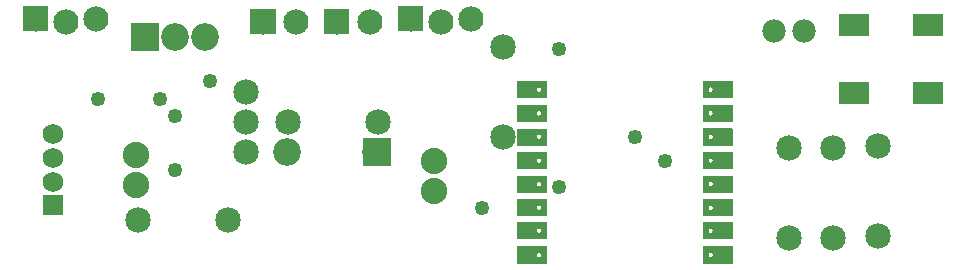
<source format=gts>
G04 MADE WITH FRITZING*
G04 WWW.FRITZING.ORG*
G04 DOUBLE SIDED*
G04 HOLES PLATED*
G04 CONTOUR ON CENTER OF CONTOUR VECTOR*
%ASAXBY*%
%FSLAX23Y23*%
%MOIN*%
%OFA0B0*%
%SFA1.0B1.0*%
%ADD10C,0.049370*%
%ADD11C,0.085000*%
%ADD12C,0.092000*%
%ADD13C,0.069200*%
%ADD14C,0.077559*%
%ADD15C,0.088000*%
%ADD16C,0.084000*%
%ADD17R,0.092000X0.092000*%
%ADD18R,0.069200X0.069200*%
%ADD19R,0.100551X0.072992*%
%ADD20R,0.001000X0.001000*%
%LNMASK1*%
G90*
G70*
G54D10*
X2088Y464D03*
X2187Y385D03*
G54D11*
X792Y615D03*
X792Y515D03*
X792Y415D03*
G54D12*
X1225Y415D03*
X927Y415D03*
G54D13*
X149Y238D03*
X149Y474D03*
X149Y395D03*
X149Y316D03*
G54D14*
X2650Y818D03*
X2550Y818D03*
G54D12*
X455Y799D03*
X555Y799D03*
X655Y799D03*
G54D11*
X930Y513D03*
X1230Y513D03*
X2896Y434D03*
X2896Y134D03*
G54D10*
X553Y533D03*
G54D11*
X730Y188D03*
X430Y188D03*
X2600Y129D03*
X2600Y429D03*
X2748Y129D03*
X2748Y429D03*
G54D15*
X425Y405D03*
X425Y305D03*
G54D10*
X553Y356D03*
X1577Y228D03*
X671Y651D03*
X504Y592D03*
X297Y592D03*
G54D11*
X1646Y464D03*
X1646Y764D03*
G54D10*
X1833Y759D03*
X1833Y297D03*
G54D16*
X1340Y858D03*
X1440Y848D03*
X1540Y858D03*
X1340Y858D03*
X1440Y848D03*
X1540Y858D03*
X1094Y848D03*
X1204Y848D03*
X1094Y848D03*
X1204Y848D03*
X848Y848D03*
X958Y848D03*
X848Y848D03*
X958Y848D03*
X90Y858D03*
X190Y848D03*
X290Y858D03*
X90Y858D03*
X190Y848D03*
X290Y858D03*
G54D15*
X1419Y385D03*
X1419Y285D03*
G54D17*
X1226Y415D03*
G54D18*
X149Y238D03*
G54D17*
X455Y799D03*
G54D19*
X2817Y838D03*
X3065Y838D03*
X2817Y612D03*
X3065Y612D03*
G54D20*
X48Y899D02*
X131Y899D01*
X1298Y899D02*
X1381Y899D01*
X48Y898D02*
X131Y898D01*
X1298Y898D02*
X1381Y898D01*
X48Y897D02*
X131Y897D01*
X1298Y897D02*
X1381Y897D01*
X48Y896D02*
X131Y896D01*
X1298Y896D02*
X1381Y896D01*
X48Y895D02*
X131Y895D01*
X1298Y895D02*
X1381Y895D01*
X48Y894D02*
X131Y894D01*
X1298Y894D02*
X1381Y894D01*
X48Y893D02*
X131Y893D01*
X1298Y893D02*
X1381Y893D01*
X48Y892D02*
X131Y892D01*
X1298Y892D02*
X1381Y892D01*
X48Y891D02*
X131Y891D01*
X1298Y891D02*
X1381Y891D01*
X48Y890D02*
X131Y890D01*
X806Y890D02*
X889Y890D01*
X1052Y890D02*
X1135Y890D01*
X1298Y890D02*
X1381Y890D01*
X48Y889D02*
X131Y889D01*
X806Y889D02*
X889Y889D01*
X1052Y889D02*
X1135Y889D01*
X1298Y889D02*
X1381Y889D01*
X48Y888D02*
X131Y888D01*
X806Y888D02*
X889Y888D01*
X1052Y888D02*
X1135Y888D01*
X1298Y888D02*
X1381Y888D01*
X48Y887D02*
X131Y887D01*
X806Y887D02*
X889Y887D01*
X1052Y887D02*
X1135Y887D01*
X1298Y887D02*
X1381Y887D01*
X48Y886D02*
X131Y886D01*
X806Y886D02*
X889Y886D01*
X1052Y886D02*
X1135Y886D01*
X1298Y886D02*
X1381Y886D01*
X48Y885D02*
X131Y885D01*
X806Y885D02*
X889Y885D01*
X1052Y885D02*
X1135Y885D01*
X1298Y885D02*
X1381Y885D01*
X48Y884D02*
X131Y884D01*
X806Y884D02*
X889Y884D01*
X1052Y884D02*
X1135Y884D01*
X1298Y884D02*
X1381Y884D01*
X48Y883D02*
X131Y883D01*
X806Y883D02*
X889Y883D01*
X1052Y883D02*
X1135Y883D01*
X1298Y883D02*
X1381Y883D01*
X48Y882D02*
X131Y882D01*
X806Y882D02*
X889Y882D01*
X1052Y882D02*
X1135Y882D01*
X1298Y882D02*
X1381Y882D01*
X48Y881D02*
X131Y881D01*
X806Y881D02*
X889Y881D01*
X1052Y881D02*
X1135Y881D01*
X1298Y881D02*
X1381Y881D01*
X48Y880D02*
X131Y880D01*
X806Y880D02*
X889Y880D01*
X1052Y880D02*
X1135Y880D01*
X1298Y880D02*
X1381Y880D01*
X48Y879D02*
X131Y879D01*
X806Y879D02*
X889Y879D01*
X1052Y879D02*
X1135Y879D01*
X1298Y879D02*
X1381Y879D01*
X48Y878D02*
X131Y878D01*
X806Y878D02*
X889Y878D01*
X1052Y878D02*
X1135Y878D01*
X1298Y878D02*
X1381Y878D01*
X48Y877D02*
X131Y877D01*
X806Y877D02*
X889Y877D01*
X1052Y877D02*
X1135Y877D01*
X1298Y877D02*
X1381Y877D01*
X48Y876D02*
X131Y876D01*
X806Y876D02*
X889Y876D01*
X1052Y876D02*
X1135Y876D01*
X1298Y876D02*
X1381Y876D01*
X48Y875D02*
X131Y875D01*
X806Y875D02*
X889Y875D01*
X1052Y875D02*
X1135Y875D01*
X1298Y875D02*
X1381Y875D01*
X48Y874D02*
X131Y874D01*
X806Y874D02*
X889Y874D01*
X1052Y874D02*
X1135Y874D01*
X1298Y874D02*
X1381Y874D01*
X48Y873D02*
X131Y873D01*
X806Y873D02*
X889Y873D01*
X1052Y873D02*
X1135Y873D01*
X1298Y873D02*
X1381Y873D01*
X48Y872D02*
X84Y872D01*
X96Y872D02*
X131Y872D01*
X806Y872D02*
X889Y872D01*
X1052Y872D02*
X1135Y872D01*
X1298Y872D02*
X1334Y872D01*
X1346Y872D02*
X1381Y872D01*
X48Y871D02*
X82Y871D01*
X98Y871D02*
X131Y871D01*
X806Y871D02*
X889Y871D01*
X1052Y871D02*
X1135Y871D01*
X1298Y871D02*
X1332Y871D01*
X1348Y871D02*
X1381Y871D01*
X48Y870D02*
X80Y870D01*
X99Y870D02*
X131Y870D01*
X806Y870D02*
X889Y870D01*
X1052Y870D02*
X1135Y870D01*
X1298Y870D02*
X1330Y870D01*
X1349Y870D02*
X1381Y870D01*
X48Y869D02*
X79Y869D01*
X101Y869D02*
X131Y869D01*
X806Y869D02*
X889Y869D01*
X1052Y869D02*
X1135Y869D01*
X1298Y869D02*
X1329Y869D01*
X1350Y869D02*
X1381Y869D01*
X48Y868D02*
X78Y868D01*
X102Y868D02*
X131Y868D01*
X806Y868D02*
X889Y868D01*
X1052Y868D02*
X1135Y868D01*
X1298Y868D02*
X1328Y868D01*
X1351Y868D02*
X1381Y868D01*
X48Y867D02*
X77Y867D01*
X102Y867D02*
X131Y867D01*
X806Y867D02*
X889Y867D01*
X1052Y867D02*
X1135Y867D01*
X1298Y867D02*
X1327Y867D01*
X1352Y867D02*
X1381Y867D01*
X48Y866D02*
X77Y866D01*
X103Y866D02*
X131Y866D01*
X806Y866D02*
X889Y866D01*
X1052Y866D02*
X1135Y866D01*
X1298Y866D02*
X1326Y866D01*
X1353Y866D02*
X1381Y866D01*
X48Y865D02*
X76Y865D01*
X104Y865D02*
X131Y865D01*
X806Y865D02*
X889Y865D01*
X1052Y865D02*
X1135Y865D01*
X1298Y865D02*
X1326Y865D01*
X1353Y865D02*
X1381Y865D01*
X48Y864D02*
X76Y864D01*
X104Y864D02*
X131Y864D01*
X806Y864D02*
X889Y864D01*
X1052Y864D02*
X1135Y864D01*
X1298Y864D02*
X1325Y864D01*
X1354Y864D02*
X1381Y864D01*
X48Y863D02*
X75Y863D01*
X105Y863D02*
X131Y863D01*
X806Y863D02*
X845Y863D01*
X850Y863D02*
X889Y863D01*
X1052Y863D02*
X1091Y863D01*
X1096Y863D02*
X1135Y863D01*
X1298Y863D02*
X1325Y863D01*
X1354Y863D02*
X1381Y863D01*
X48Y862D02*
X75Y862D01*
X105Y862D02*
X131Y862D01*
X806Y862D02*
X841Y862D01*
X854Y862D02*
X889Y862D01*
X1052Y862D02*
X1087Y862D01*
X1100Y862D02*
X1135Y862D01*
X1298Y862D02*
X1325Y862D01*
X1355Y862D02*
X1381Y862D01*
X48Y861D02*
X75Y861D01*
X105Y861D02*
X131Y861D01*
X806Y861D02*
X839Y861D01*
X856Y861D02*
X889Y861D01*
X1052Y861D02*
X1085Y861D01*
X1102Y861D02*
X1135Y861D01*
X1298Y861D02*
X1324Y861D01*
X1355Y861D02*
X1381Y861D01*
X48Y860D02*
X75Y860D01*
X105Y860D02*
X131Y860D01*
X806Y860D02*
X838Y860D01*
X857Y860D02*
X889Y860D01*
X1052Y860D02*
X1084Y860D01*
X1103Y860D02*
X1135Y860D01*
X1298Y860D02*
X1324Y860D01*
X1355Y860D02*
X1381Y860D01*
X48Y859D02*
X75Y859D01*
X105Y859D02*
X131Y859D01*
X806Y859D02*
X837Y859D01*
X858Y859D02*
X889Y859D01*
X1052Y859D02*
X1083Y859D01*
X1104Y859D02*
X1135Y859D01*
X1298Y859D02*
X1324Y859D01*
X1355Y859D02*
X1381Y859D01*
X48Y858D02*
X74Y858D01*
X105Y858D02*
X131Y858D01*
X806Y858D02*
X836Y858D01*
X859Y858D02*
X889Y858D01*
X1052Y858D02*
X1082Y858D01*
X1105Y858D02*
X1135Y858D01*
X1298Y858D02*
X1324Y858D01*
X1355Y858D02*
X1381Y858D01*
X48Y857D02*
X75Y857D01*
X105Y857D02*
X131Y857D01*
X806Y857D02*
X835Y857D01*
X860Y857D02*
X889Y857D01*
X1052Y857D02*
X1081Y857D01*
X1106Y857D02*
X1135Y857D01*
X1298Y857D02*
X1324Y857D01*
X1355Y857D02*
X1381Y857D01*
X48Y856D02*
X75Y856D01*
X105Y856D02*
X131Y856D01*
X806Y856D02*
X834Y856D01*
X861Y856D02*
X889Y856D01*
X1052Y856D02*
X1080Y856D01*
X1107Y856D02*
X1135Y856D01*
X1298Y856D02*
X1324Y856D01*
X1355Y856D02*
X1381Y856D01*
X48Y855D02*
X75Y855D01*
X105Y855D02*
X131Y855D01*
X806Y855D02*
X834Y855D01*
X862Y855D02*
X889Y855D01*
X1052Y855D02*
X1080Y855D01*
X1108Y855D02*
X1135Y855D01*
X1298Y855D02*
X1324Y855D01*
X1355Y855D02*
X1381Y855D01*
X48Y854D02*
X75Y854D01*
X105Y854D02*
X131Y854D01*
X806Y854D02*
X833Y854D01*
X862Y854D02*
X889Y854D01*
X1052Y854D02*
X1079Y854D01*
X1108Y854D02*
X1135Y854D01*
X1298Y854D02*
X1325Y854D01*
X1355Y854D02*
X1381Y854D01*
X48Y853D02*
X75Y853D01*
X105Y853D02*
X131Y853D01*
X806Y853D02*
X833Y853D01*
X862Y853D02*
X889Y853D01*
X1052Y853D02*
X1079Y853D01*
X1108Y853D02*
X1135Y853D01*
X1298Y853D02*
X1325Y853D01*
X1354Y853D02*
X1381Y853D01*
X48Y852D02*
X76Y852D01*
X104Y852D02*
X131Y852D01*
X806Y852D02*
X833Y852D01*
X863Y852D02*
X889Y852D01*
X1052Y852D02*
X1079Y852D01*
X1109Y852D02*
X1135Y852D01*
X1298Y852D02*
X1325Y852D01*
X1354Y852D02*
X1381Y852D01*
X48Y851D02*
X76Y851D01*
X104Y851D02*
X131Y851D01*
X806Y851D02*
X832Y851D01*
X863Y851D02*
X889Y851D01*
X1052Y851D02*
X1078Y851D01*
X1109Y851D02*
X1135Y851D01*
X1298Y851D02*
X1326Y851D01*
X1353Y851D02*
X1381Y851D01*
X48Y850D02*
X77Y850D01*
X103Y850D02*
X131Y850D01*
X806Y850D02*
X832Y850D01*
X863Y850D02*
X889Y850D01*
X1052Y850D02*
X1078Y850D01*
X1109Y850D02*
X1135Y850D01*
X1298Y850D02*
X1326Y850D01*
X1353Y850D02*
X1381Y850D01*
X48Y849D02*
X77Y849D01*
X102Y849D02*
X131Y849D01*
X806Y849D02*
X832Y849D01*
X863Y849D02*
X889Y849D01*
X1052Y849D02*
X1078Y849D01*
X1109Y849D02*
X1135Y849D01*
X1298Y849D02*
X1327Y849D01*
X1352Y849D02*
X1381Y849D01*
X48Y848D02*
X78Y848D01*
X102Y848D02*
X131Y848D01*
X806Y848D02*
X832Y848D01*
X863Y848D02*
X889Y848D01*
X1052Y848D02*
X1078Y848D01*
X1109Y848D02*
X1135Y848D01*
X1298Y848D02*
X1328Y848D01*
X1351Y848D02*
X1381Y848D01*
X48Y847D02*
X79Y847D01*
X101Y847D02*
X131Y847D01*
X806Y847D02*
X832Y847D01*
X863Y847D02*
X889Y847D01*
X1052Y847D02*
X1078Y847D01*
X1109Y847D02*
X1135Y847D01*
X1298Y847D02*
X1329Y847D01*
X1350Y847D02*
X1381Y847D01*
X48Y846D02*
X80Y846D01*
X99Y846D02*
X131Y846D01*
X806Y846D02*
X832Y846D01*
X863Y846D02*
X889Y846D01*
X1052Y846D02*
X1078Y846D01*
X1109Y846D02*
X1135Y846D01*
X1298Y846D02*
X1330Y846D01*
X1349Y846D02*
X1381Y846D01*
X48Y845D02*
X82Y845D01*
X98Y845D02*
X131Y845D01*
X806Y845D02*
X832Y845D01*
X863Y845D02*
X889Y845D01*
X1052Y845D02*
X1078Y845D01*
X1109Y845D02*
X1135Y845D01*
X1298Y845D02*
X1332Y845D01*
X1348Y845D02*
X1381Y845D01*
X48Y844D02*
X84Y844D01*
X96Y844D02*
X131Y844D01*
X806Y844D02*
X833Y844D01*
X863Y844D02*
X889Y844D01*
X1052Y844D02*
X1079Y844D01*
X1109Y844D02*
X1135Y844D01*
X1298Y844D02*
X1334Y844D01*
X1346Y844D02*
X1381Y844D01*
X48Y843D02*
X131Y843D01*
X806Y843D02*
X833Y843D01*
X862Y843D02*
X889Y843D01*
X1052Y843D02*
X1079Y843D01*
X1108Y843D02*
X1135Y843D01*
X1298Y843D02*
X1381Y843D01*
X48Y842D02*
X131Y842D01*
X806Y842D02*
X833Y842D01*
X862Y842D02*
X889Y842D01*
X1052Y842D02*
X1079Y842D01*
X1108Y842D02*
X1135Y842D01*
X1298Y842D02*
X1381Y842D01*
X48Y841D02*
X131Y841D01*
X806Y841D02*
X834Y841D01*
X861Y841D02*
X889Y841D01*
X1052Y841D02*
X1080Y841D01*
X1107Y841D02*
X1135Y841D01*
X1298Y841D02*
X1381Y841D01*
X48Y840D02*
X131Y840D01*
X806Y840D02*
X835Y840D01*
X861Y840D02*
X889Y840D01*
X1052Y840D02*
X1081Y840D01*
X1107Y840D02*
X1135Y840D01*
X1298Y840D02*
X1381Y840D01*
X48Y839D02*
X131Y839D01*
X806Y839D02*
X835Y839D01*
X860Y839D02*
X889Y839D01*
X1052Y839D02*
X1081Y839D01*
X1106Y839D02*
X1135Y839D01*
X1298Y839D02*
X1381Y839D01*
X48Y838D02*
X131Y838D01*
X806Y838D02*
X836Y838D01*
X859Y838D02*
X889Y838D01*
X1052Y838D02*
X1082Y838D01*
X1105Y838D02*
X1135Y838D01*
X1298Y838D02*
X1381Y838D01*
X48Y837D02*
X131Y837D01*
X806Y837D02*
X837Y837D01*
X858Y837D02*
X889Y837D01*
X1052Y837D02*
X1083Y837D01*
X1104Y837D02*
X1135Y837D01*
X1298Y837D02*
X1381Y837D01*
X48Y836D02*
X131Y836D01*
X806Y836D02*
X838Y836D01*
X857Y836D02*
X889Y836D01*
X1052Y836D02*
X1084Y836D01*
X1103Y836D02*
X1135Y836D01*
X1298Y836D02*
X1381Y836D01*
X48Y835D02*
X131Y835D01*
X806Y835D02*
X840Y835D01*
X855Y835D02*
X889Y835D01*
X1052Y835D02*
X1086Y835D01*
X1101Y835D02*
X1135Y835D01*
X1298Y835D02*
X1381Y835D01*
X48Y834D02*
X131Y834D01*
X806Y834D02*
X842Y834D01*
X853Y834D02*
X889Y834D01*
X1052Y834D02*
X1088Y834D01*
X1099Y834D02*
X1135Y834D01*
X1298Y834D02*
X1381Y834D01*
X48Y833D02*
X131Y833D01*
X806Y833D02*
X889Y833D01*
X1052Y833D02*
X1135Y833D01*
X1298Y833D02*
X1381Y833D01*
X48Y832D02*
X131Y832D01*
X806Y832D02*
X889Y832D01*
X1052Y832D02*
X1135Y832D01*
X1298Y832D02*
X1381Y832D01*
X48Y831D02*
X131Y831D01*
X806Y831D02*
X889Y831D01*
X1052Y831D02*
X1135Y831D01*
X1298Y831D02*
X1381Y831D01*
X48Y830D02*
X131Y830D01*
X806Y830D02*
X889Y830D01*
X1052Y830D02*
X1135Y830D01*
X1298Y830D02*
X1381Y830D01*
X48Y829D02*
X131Y829D01*
X806Y829D02*
X889Y829D01*
X1052Y829D02*
X1135Y829D01*
X1298Y829D02*
X1381Y829D01*
X48Y828D02*
X131Y828D01*
X806Y828D02*
X889Y828D01*
X1052Y828D02*
X1135Y828D01*
X1298Y828D02*
X1381Y828D01*
X48Y827D02*
X131Y827D01*
X806Y827D02*
X889Y827D01*
X1052Y827D02*
X1135Y827D01*
X1298Y827D02*
X1381Y827D01*
X48Y826D02*
X131Y826D01*
X806Y826D02*
X889Y826D01*
X1052Y826D02*
X1135Y826D01*
X1298Y826D02*
X1381Y826D01*
X48Y825D02*
X131Y825D01*
X806Y825D02*
X889Y825D01*
X1052Y825D02*
X1135Y825D01*
X1298Y825D02*
X1381Y825D01*
X48Y824D02*
X131Y824D01*
X806Y824D02*
X889Y824D01*
X1052Y824D02*
X1135Y824D01*
X1298Y824D02*
X1381Y824D01*
X48Y823D02*
X131Y823D01*
X806Y823D02*
X889Y823D01*
X1052Y823D02*
X1135Y823D01*
X1298Y823D02*
X1381Y823D01*
X48Y822D02*
X131Y822D01*
X806Y822D02*
X889Y822D01*
X1052Y822D02*
X1135Y822D01*
X1298Y822D02*
X1381Y822D01*
X48Y821D02*
X131Y821D01*
X806Y821D02*
X889Y821D01*
X1052Y821D02*
X1135Y821D01*
X1298Y821D02*
X1381Y821D01*
X48Y820D02*
X131Y820D01*
X806Y820D02*
X889Y820D01*
X1052Y820D02*
X1135Y820D01*
X1298Y820D02*
X1381Y820D01*
X48Y819D02*
X131Y819D01*
X806Y819D02*
X889Y819D01*
X1052Y819D02*
X1135Y819D01*
X1298Y819D02*
X1381Y819D01*
X48Y818D02*
X131Y818D01*
X806Y818D02*
X889Y818D01*
X1052Y818D02*
X1135Y818D01*
X1298Y818D02*
X1381Y818D01*
X48Y817D02*
X131Y817D01*
X806Y817D02*
X889Y817D01*
X1052Y817D02*
X1135Y817D01*
X1298Y817D02*
X1381Y817D01*
X806Y816D02*
X889Y816D01*
X1052Y816D02*
X1135Y816D01*
X806Y815D02*
X889Y815D01*
X1052Y815D02*
X1135Y815D01*
X806Y814D02*
X889Y814D01*
X1052Y814D02*
X1135Y814D01*
X806Y813D02*
X889Y813D01*
X1052Y813D02*
X1135Y813D01*
X806Y812D02*
X889Y812D01*
X1052Y812D02*
X1135Y812D01*
X806Y811D02*
X889Y811D01*
X1052Y811D02*
X1135Y811D01*
X806Y810D02*
X889Y810D01*
X1052Y810D02*
X1135Y810D01*
X806Y809D02*
X889Y809D01*
X1052Y809D02*
X1135Y809D01*
X806Y808D02*
X889Y808D01*
X1052Y808D02*
X1135Y808D01*
X806Y807D02*
X889Y807D01*
X1052Y807D02*
X1135Y807D01*
X1694Y650D02*
X1792Y650D01*
X2314Y650D02*
X2412Y650D01*
X1694Y649D02*
X1792Y649D01*
X2314Y649D02*
X2412Y649D01*
X1694Y648D02*
X1792Y648D01*
X2314Y648D02*
X2412Y648D01*
X1694Y647D02*
X1792Y647D01*
X2314Y647D02*
X2412Y647D01*
X1694Y646D02*
X1792Y646D01*
X2314Y646D02*
X2412Y646D01*
X1694Y645D02*
X1792Y645D01*
X2314Y645D02*
X2412Y645D01*
X1694Y644D02*
X1792Y644D01*
X2314Y644D02*
X2412Y644D01*
X1694Y643D02*
X1792Y643D01*
X2314Y643D02*
X2412Y643D01*
X1694Y642D02*
X1792Y642D01*
X2314Y642D02*
X2412Y642D01*
X1694Y641D02*
X1792Y641D01*
X2314Y641D02*
X2412Y641D01*
X1694Y640D02*
X1792Y640D01*
X2314Y640D02*
X2412Y640D01*
X1694Y639D02*
X1792Y639D01*
X2314Y639D02*
X2412Y639D01*
X1694Y638D02*
X1792Y638D01*
X2314Y638D02*
X2412Y638D01*
X1694Y637D02*
X1792Y637D01*
X2314Y637D02*
X2412Y637D01*
X1694Y636D02*
X1792Y636D01*
X2314Y636D02*
X2412Y636D01*
X1694Y635D02*
X1792Y635D01*
X2314Y635D02*
X2412Y635D01*
X1694Y634D02*
X1792Y634D01*
X2314Y634D02*
X2412Y634D01*
X1694Y633D02*
X1792Y633D01*
X2314Y633D02*
X2412Y633D01*
X1694Y632D02*
X1792Y632D01*
X2314Y632D02*
X2412Y632D01*
X1694Y631D02*
X1792Y631D01*
X2314Y631D02*
X2412Y631D01*
X1694Y630D02*
X1792Y630D01*
X2314Y630D02*
X2412Y630D01*
X1694Y629D02*
X1766Y629D01*
X1768Y629D02*
X1792Y629D01*
X2314Y629D02*
X2338Y629D01*
X2340Y629D02*
X2412Y629D01*
X1694Y628D02*
X1763Y628D01*
X1771Y628D02*
X1792Y628D01*
X2314Y628D02*
X2335Y628D01*
X2343Y628D02*
X2412Y628D01*
X1694Y627D02*
X1762Y627D01*
X1773Y627D02*
X1792Y627D01*
X2314Y627D02*
X2334Y627D01*
X2345Y627D02*
X2412Y627D01*
X1694Y626D02*
X1761Y626D01*
X1773Y626D02*
X1792Y626D01*
X2314Y626D02*
X2333Y626D01*
X2345Y626D02*
X2412Y626D01*
X1694Y625D02*
X1760Y625D01*
X1774Y625D02*
X1792Y625D01*
X2314Y625D02*
X2332Y625D01*
X2346Y625D02*
X2412Y625D01*
X1694Y624D02*
X1760Y624D01*
X1774Y624D02*
X1792Y624D01*
X2314Y624D02*
X2332Y624D01*
X2347Y624D02*
X2412Y624D01*
X1694Y623D02*
X1760Y623D01*
X1775Y623D02*
X1792Y623D01*
X2314Y623D02*
X2332Y623D01*
X2347Y623D02*
X2412Y623D01*
X1694Y622D02*
X1759Y622D01*
X1775Y622D02*
X1792Y622D01*
X2314Y622D02*
X2332Y622D01*
X2347Y622D02*
X2412Y622D01*
X1694Y621D02*
X1760Y621D01*
X1775Y621D02*
X1792Y621D01*
X2314Y621D02*
X2332Y621D01*
X2347Y621D02*
X2412Y621D01*
X1694Y620D02*
X1760Y620D01*
X1775Y620D02*
X1792Y620D01*
X2314Y620D02*
X2332Y620D01*
X2347Y620D02*
X2412Y620D01*
X1694Y619D02*
X1760Y619D01*
X1774Y619D02*
X1792Y619D01*
X2314Y619D02*
X2332Y619D01*
X2346Y619D02*
X2412Y619D01*
X1694Y618D02*
X1761Y618D01*
X1774Y618D02*
X1792Y618D01*
X2314Y618D02*
X2333Y618D01*
X2346Y618D02*
X2412Y618D01*
X1694Y617D02*
X1761Y617D01*
X1773Y617D02*
X1792Y617D01*
X2314Y617D02*
X2333Y617D01*
X2345Y617D02*
X2412Y617D01*
X1694Y616D02*
X1763Y616D01*
X1772Y616D02*
X1792Y616D01*
X2314Y616D02*
X2335Y616D01*
X2344Y616D02*
X2412Y616D01*
X1694Y615D02*
X1764Y615D01*
X1770Y615D02*
X1792Y615D01*
X2314Y615D02*
X2337Y615D01*
X2342Y615D02*
X2412Y615D01*
X1694Y614D02*
X1792Y614D01*
X2314Y614D02*
X2412Y614D01*
X1694Y613D02*
X1792Y613D01*
X2314Y613D02*
X2412Y613D01*
X1694Y612D02*
X1792Y612D01*
X2314Y612D02*
X2412Y612D01*
X1694Y611D02*
X1792Y611D01*
X2314Y611D02*
X2412Y611D01*
X1694Y610D02*
X1792Y610D01*
X2314Y610D02*
X2412Y610D01*
X1694Y609D02*
X1792Y609D01*
X2314Y609D02*
X2412Y609D01*
X1694Y608D02*
X1792Y608D01*
X2314Y608D02*
X2412Y608D01*
X1694Y607D02*
X1792Y607D01*
X2314Y607D02*
X2412Y607D01*
X1694Y606D02*
X1792Y606D01*
X2314Y606D02*
X2412Y606D01*
X1694Y605D02*
X1792Y605D01*
X2314Y605D02*
X2412Y605D01*
X1694Y604D02*
X1792Y604D01*
X2314Y604D02*
X2412Y604D01*
X1694Y603D02*
X1792Y603D01*
X2314Y603D02*
X2412Y603D01*
X1694Y602D02*
X1792Y602D01*
X2314Y602D02*
X2412Y602D01*
X1694Y601D02*
X1792Y601D01*
X2314Y601D02*
X2412Y601D01*
X1694Y600D02*
X1792Y600D01*
X2314Y600D02*
X2412Y600D01*
X1694Y599D02*
X1792Y599D01*
X2314Y599D02*
X2412Y599D01*
X1694Y598D02*
X1792Y598D01*
X2314Y598D02*
X2412Y598D01*
X1694Y597D02*
X1792Y597D01*
X2314Y597D02*
X2412Y597D01*
X1694Y596D02*
X1792Y596D01*
X2314Y596D02*
X2412Y596D01*
X1694Y595D02*
X1792Y595D01*
X2314Y595D02*
X2412Y595D01*
X1694Y594D02*
X1792Y594D01*
X2314Y594D02*
X2412Y594D01*
X1694Y571D02*
X1792Y571D01*
X2314Y571D02*
X2412Y571D01*
X1694Y570D02*
X1792Y570D01*
X2314Y570D02*
X2412Y570D01*
X1694Y569D02*
X1792Y569D01*
X2314Y569D02*
X2412Y569D01*
X1694Y568D02*
X1792Y568D01*
X2314Y568D02*
X2412Y568D01*
X1694Y567D02*
X1792Y567D01*
X2314Y567D02*
X2412Y567D01*
X1694Y566D02*
X1792Y566D01*
X2314Y566D02*
X2412Y566D01*
X1694Y565D02*
X1792Y565D01*
X2314Y565D02*
X2412Y565D01*
X1694Y564D02*
X1792Y564D01*
X2314Y564D02*
X2412Y564D01*
X1694Y563D02*
X1792Y563D01*
X2314Y563D02*
X2412Y563D01*
X1694Y562D02*
X1792Y562D01*
X2314Y562D02*
X2412Y562D01*
X1694Y561D02*
X1792Y561D01*
X2314Y561D02*
X2412Y561D01*
X1694Y560D02*
X1792Y560D01*
X2314Y560D02*
X2412Y560D01*
X1694Y559D02*
X1792Y559D01*
X2314Y559D02*
X2412Y559D01*
X1694Y558D02*
X1792Y558D01*
X2314Y558D02*
X2412Y558D01*
X1694Y557D02*
X1792Y557D01*
X2314Y557D02*
X2412Y557D01*
X1694Y556D02*
X1792Y556D01*
X2314Y556D02*
X2412Y556D01*
X1694Y555D02*
X1792Y555D01*
X2314Y555D02*
X2412Y555D01*
X1694Y554D02*
X1792Y554D01*
X2314Y554D02*
X2412Y554D01*
X1694Y553D02*
X1792Y553D01*
X2314Y553D02*
X2412Y553D01*
X1694Y552D02*
X1792Y552D01*
X2314Y552D02*
X2412Y552D01*
X1694Y551D02*
X1792Y551D01*
X2314Y551D02*
X2412Y551D01*
X1694Y550D02*
X1765Y550D01*
X1769Y550D02*
X1792Y550D01*
X2314Y550D02*
X2337Y550D01*
X2342Y550D02*
X2412Y550D01*
X1694Y549D02*
X1763Y549D01*
X1772Y549D02*
X1792Y549D01*
X2314Y549D02*
X2335Y549D01*
X2344Y549D02*
X2412Y549D01*
X1694Y548D02*
X1761Y548D01*
X1773Y548D02*
X1792Y548D01*
X2314Y548D02*
X2333Y548D01*
X2345Y548D02*
X2412Y548D01*
X1694Y547D02*
X1761Y547D01*
X1774Y547D02*
X1792Y547D01*
X2314Y547D02*
X2333Y547D01*
X2346Y547D02*
X2412Y547D01*
X1694Y546D02*
X1760Y546D01*
X1774Y546D02*
X1792Y546D01*
X2314Y546D02*
X2332Y546D01*
X2346Y546D02*
X2412Y546D01*
X1694Y545D02*
X1760Y545D01*
X1774Y545D02*
X1792Y545D01*
X2314Y545D02*
X2332Y545D01*
X2347Y545D02*
X2412Y545D01*
X1694Y544D02*
X1760Y544D01*
X1775Y544D02*
X1792Y544D01*
X2314Y544D02*
X2332Y544D01*
X2347Y544D02*
X2412Y544D01*
X1694Y543D02*
X1759Y543D01*
X1775Y543D02*
X1792Y543D01*
X2314Y543D02*
X2332Y543D01*
X2347Y543D02*
X2412Y543D01*
X1694Y542D02*
X1760Y542D01*
X1775Y542D02*
X1792Y542D01*
X2314Y542D02*
X2332Y542D01*
X2347Y542D02*
X2412Y542D01*
X1694Y541D02*
X1760Y541D01*
X1774Y541D02*
X1792Y541D01*
X2314Y541D02*
X2332Y541D01*
X2347Y541D02*
X2412Y541D01*
X1694Y540D02*
X1760Y540D01*
X1774Y540D02*
X1792Y540D01*
X2314Y540D02*
X2332Y540D01*
X2346Y540D02*
X2412Y540D01*
X1694Y539D02*
X1761Y539D01*
X1773Y539D02*
X1792Y539D01*
X2314Y539D02*
X2333Y539D01*
X2345Y539D02*
X2412Y539D01*
X1694Y538D02*
X1762Y538D01*
X1773Y538D02*
X1792Y538D01*
X2314Y538D02*
X2334Y538D01*
X2345Y538D02*
X2412Y538D01*
X1694Y537D02*
X1763Y537D01*
X1771Y537D02*
X1792Y537D01*
X2314Y537D02*
X2335Y537D01*
X2343Y537D02*
X2412Y537D01*
X1694Y536D02*
X1765Y536D01*
X1769Y536D02*
X1792Y536D01*
X2314Y536D02*
X2338Y536D01*
X2340Y536D02*
X2412Y536D01*
X1694Y535D02*
X1792Y535D01*
X2314Y535D02*
X2412Y535D01*
X1694Y534D02*
X1792Y534D01*
X2314Y534D02*
X2412Y534D01*
X1694Y533D02*
X1792Y533D01*
X2314Y533D02*
X2412Y533D01*
X1694Y532D02*
X1792Y532D01*
X2314Y532D02*
X2412Y532D01*
X1694Y531D02*
X1792Y531D01*
X2314Y531D02*
X2412Y531D01*
X1694Y530D02*
X1792Y530D01*
X2314Y530D02*
X2412Y530D01*
X1694Y529D02*
X1792Y529D01*
X2314Y529D02*
X2412Y529D01*
X1694Y528D02*
X1792Y528D01*
X2314Y528D02*
X2412Y528D01*
X1694Y527D02*
X1792Y527D01*
X2314Y527D02*
X2412Y527D01*
X1694Y526D02*
X1792Y526D01*
X2314Y526D02*
X2412Y526D01*
X1694Y525D02*
X1792Y525D01*
X2314Y525D02*
X2412Y525D01*
X1694Y524D02*
X1792Y524D01*
X2314Y524D02*
X2412Y524D01*
X1694Y523D02*
X1792Y523D01*
X2314Y523D02*
X2412Y523D01*
X1694Y522D02*
X1792Y522D01*
X2314Y522D02*
X2412Y522D01*
X1694Y521D02*
X1792Y521D01*
X2314Y521D02*
X2412Y521D01*
X1694Y520D02*
X1792Y520D01*
X2314Y520D02*
X2412Y520D01*
X1694Y519D02*
X1792Y519D01*
X2314Y519D02*
X2412Y519D01*
X1694Y518D02*
X1792Y518D01*
X2314Y518D02*
X2412Y518D01*
X1694Y517D02*
X1792Y517D01*
X2314Y517D02*
X2412Y517D01*
X1694Y516D02*
X1792Y516D01*
X2314Y516D02*
X2412Y516D01*
X1694Y515D02*
X1792Y515D01*
X2314Y515D02*
X2412Y515D01*
X2315Y493D02*
X2411Y493D01*
X1694Y492D02*
X1792Y492D01*
X2314Y492D02*
X2412Y492D01*
X1694Y491D02*
X1792Y491D01*
X2314Y491D02*
X2412Y491D01*
X1694Y490D02*
X1792Y490D01*
X2314Y490D02*
X2412Y490D01*
X1694Y489D02*
X1792Y489D01*
X2314Y489D02*
X2412Y489D01*
X1694Y488D02*
X1792Y488D01*
X2314Y488D02*
X2412Y488D01*
X1694Y487D02*
X1792Y487D01*
X2314Y487D02*
X2412Y487D01*
X1694Y486D02*
X1792Y486D01*
X2314Y486D02*
X2412Y486D01*
X1694Y485D02*
X1792Y485D01*
X2314Y485D02*
X2412Y485D01*
X1694Y484D02*
X1792Y484D01*
X2314Y484D02*
X2412Y484D01*
X1694Y483D02*
X1792Y483D01*
X2314Y483D02*
X2412Y483D01*
X1694Y482D02*
X1792Y482D01*
X2314Y482D02*
X2412Y482D01*
X1694Y481D02*
X1792Y481D01*
X2314Y481D02*
X2412Y481D01*
X1694Y480D02*
X1792Y480D01*
X2314Y480D02*
X2412Y480D01*
X1694Y479D02*
X1792Y479D01*
X2314Y479D02*
X2412Y479D01*
X1694Y478D02*
X1792Y478D01*
X2314Y478D02*
X2412Y478D01*
X1694Y477D02*
X1792Y477D01*
X2314Y477D02*
X2412Y477D01*
X1694Y476D02*
X1792Y476D01*
X2314Y476D02*
X2412Y476D01*
X1694Y475D02*
X1792Y475D01*
X2314Y475D02*
X2412Y475D01*
X1694Y474D02*
X1792Y474D01*
X2314Y474D02*
X2412Y474D01*
X1694Y473D02*
X1792Y473D01*
X2314Y473D02*
X2412Y473D01*
X1694Y472D02*
X1792Y472D01*
X2314Y472D02*
X2412Y472D01*
X1694Y471D02*
X1764Y471D01*
X1770Y471D02*
X1792Y471D01*
X2314Y471D02*
X2336Y471D01*
X2343Y471D02*
X2412Y471D01*
X1694Y470D02*
X1762Y470D01*
X1772Y470D02*
X1792Y470D01*
X2314Y470D02*
X2334Y470D01*
X2344Y470D02*
X2412Y470D01*
X1694Y469D02*
X1761Y469D01*
X1773Y469D02*
X1792Y469D01*
X2314Y469D02*
X2333Y469D01*
X2345Y469D02*
X2412Y469D01*
X1694Y468D02*
X1761Y468D01*
X1774Y468D02*
X1792Y468D01*
X2314Y468D02*
X2332Y468D01*
X2346Y468D02*
X2412Y468D01*
X1694Y467D02*
X1760Y467D01*
X1774Y467D02*
X1792Y467D01*
X2314Y467D02*
X2332Y467D01*
X2346Y467D02*
X2412Y467D01*
X1694Y466D02*
X1760Y466D01*
X1775Y466D02*
X1792Y466D01*
X2314Y466D02*
X2332Y466D01*
X2347Y466D02*
X2412Y466D01*
X1694Y465D02*
X1760Y465D01*
X1775Y465D02*
X1792Y465D01*
X2314Y465D02*
X2332Y465D01*
X2347Y465D02*
X2412Y465D01*
X1694Y464D02*
X1760Y464D01*
X1775Y464D02*
X1792Y464D01*
X2314Y464D02*
X2332Y464D01*
X2347Y464D02*
X2412Y464D01*
X1694Y463D02*
X1760Y463D01*
X1775Y463D02*
X1792Y463D01*
X2314Y463D02*
X2332Y463D01*
X2347Y463D02*
X2412Y463D01*
X1694Y462D02*
X1760Y462D01*
X1774Y462D02*
X1792Y462D01*
X2314Y462D02*
X2332Y462D01*
X2346Y462D02*
X2412Y462D01*
X1694Y461D02*
X1760Y461D01*
X1774Y461D02*
X1792Y461D01*
X2314Y461D02*
X2332Y461D01*
X2346Y461D02*
X2412Y461D01*
X1694Y460D02*
X1761Y460D01*
X1773Y460D02*
X1792Y460D01*
X2314Y460D02*
X2333Y460D01*
X2345Y460D02*
X2412Y460D01*
X1694Y459D02*
X1762Y459D01*
X1772Y459D02*
X1792Y459D01*
X2314Y459D02*
X2334Y459D01*
X2344Y459D02*
X2412Y459D01*
X1694Y458D02*
X1763Y458D01*
X1771Y458D02*
X1792Y458D01*
X2314Y458D02*
X2335Y458D01*
X2343Y458D02*
X2412Y458D01*
X1694Y457D02*
X1792Y457D01*
X2314Y457D02*
X2412Y457D01*
X1694Y456D02*
X1792Y456D01*
X2314Y456D02*
X2412Y456D01*
X1694Y455D02*
X1792Y455D01*
X2314Y455D02*
X2412Y455D01*
X1694Y454D02*
X1792Y454D01*
X2314Y454D02*
X2412Y454D01*
X1694Y453D02*
X1792Y453D01*
X2314Y453D02*
X2412Y453D01*
X1694Y452D02*
X1792Y452D01*
X2314Y452D02*
X2412Y452D01*
X1694Y451D02*
X1792Y451D01*
X2314Y451D02*
X2412Y451D01*
X1694Y450D02*
X1792Y450D01*
X2314Y450D02*
X2412Y450D01*
X1694Y449D02*
X1792Y449D01*
X2314Y449D02*
X2412Y449D01*
X1694Y448D02*
X1792Y448D01*
X2314Y448D02*
X2412Y448D01*
X1694Y447D02*
X1792Y447D01*
X2314Y447D02*
X2412Y447D01*
X1694Y446D02*
X1792Y446D01*
X2314Y446D02*
X2412Y446D01*
X1694Y445D02*
X1792Y445D01*
X2314Y445D02*
X2412Y445D01*
X1694Y444D02*
X1792Y444D01*
X2314Y444D02*
X2412Y444D01*
X1694Y443D02*
X1792Y443D01*
X2314Y443D02*
X2412Y443D01*
X1694Y442D02*
X1792Y442D01*
X2314Y442D02*
X2412Y442D01*
X1694Y441D02*
X1792Y441D01*
X2314Y441D02*
X2412Y441D01*
X1694Y440D02*
X1792Y440D01*
X2314Y440D02*
X2412Y440D01*
X1694Y439D02*
X1792Y439D01*
X2314Y439D02*
X2412Y439D01*
X1694Y438D02*
X1792Y438D01*
X2314Y438D02*
X2412Y438D01*
X1694Y437D02*
X1792Y437D01*
X2314Y437D02*
X2412Y437D01*
X1695Y436D02*
X1792Y436D01*
X2315Y436D02*
X2412Y436D01*
X1695Y414D02*
X1792Y414D01*
X2314Y414D02*
X2412Y414D01*
X1694Y413D02*
X1792Y413D01*
X2314Y413D02*
X2412Y413D01*
X1694Y412D02*
X1792Y412D01*
X2314Y412D02*
X2412Y412D01*
X1694Y411D02*
X1792Y411D01*
X2314Y411D02*
X2412Y411D01*
X1694Y410D02*
X1792Y410D01*
X2314Y410D02*
X2412Y410D01*
X1694Y409D02*
X1792Y409D01*
X2314Y409D02*
X2412Y409D01*
X1694Y408D02*
X1792Y408D01*
X2314Y408D02*
X2412Y408D01*
X1694Y407D02*
X1792Y407D01*
X2314Y407D02*
X2412Y407D01*
X1694Y406D02*
X1792Y406D01*
X2314Y406D02*
X2412Y406D01*
X1694Y405D02*
X1792Y405D01*
X2314Y405D02*
X2412Y405D01*
X1694Y404D02*
X1792Y404D01*
X2314Y404D02*
X2412Y404D01*
X1694Y403D02*
X1792Y403D01*
X2314Y403D02*
X2412Y403D01*
X1694Y402D02*
X1792Y402D01*
X2314Y402D02*
X2412Y402D01*
X1694Y401D02*
X1792Y401D01*
X2314Y401D02*
X2412Y401D01*
X1694Y400D02*
X1792Y400D01*
X2314Y400D02*
X2412Y400D01*
X1694Y399D02*
X1792Y399D01*
X2314Y399D02*
X2412Y399D01*
X1694Y398D02*
X1792Y398D01*
X2314Y398D02*
X2412Y398D01*
X1694Y397D02*
X1792Y397D01*
X2314Y397D02*
X2412Y397D01*
X1694Y396D02*
X1792Y396D01*
X2314Y396D02*
X2412Y396D01*
X1694Y395D02*
X1792Y395D01*
X2314Y395D02*
X2412Y395D01*
X1694Y394D02*
X1792Y394D01*
X2314Y394D02*
X2412Y394D01*
X1694Y393D02*
X1792Y393D01*
X2314Y393D02*
X2412Y393D01*
X1694Y392D02*
X1763Y392D01*
X1771Y392D02*
X1792Y392D01*
X2314Y392D02*
X2335Y392D01*
X2343Y392D02*
X2412Y392D01*
X1694Y391D02*
X1762Y391D01*
X1772Y391D02*
X1792Y391D01*
X2314Y391D02*
X2334Y391D01*
X2344Y391D02*
X2412Y391D01*
X1694Y390D02*
X1761Y390D01*
X1773Y390D02*
X1792Y390D01*
X2314Y390D02*
X2333Y390D01*
X2345Y390D02*
X2412Y390D01*
X1694Y389D02*
X1760Y389D01*
X1774Y389D02*
X1792Y389D01*
X2314Y389D02*
X2332Y389D01*
X2346Y389D02*
X2412Y389D01*
X1694Y388D02*
X1760Y388D01*
X1774Y388D02*
X1792Y388D01*
X2314Y388D02*
X2332Y388D01*
X2346Y388D02*
X2412Y388D01*
X1694Y387D02*
X1760Y387D01*
X1775Y387D02*
X1792Y387D01*
X2314Y387D02*
X2332Y387D01*
X2347Y387D02*
X2412Y387D01*
X1694Y386D02*
X1760Y386D01*
X1775Y386D02*
X1792Y386D01*
X2314Y386D02*
X2332Y386D01*
X2347Y386D02*
X2412Y386D01*
X1694Y385D02*
X1760Y385D01*
X1775Y385D02*
X1792Y385D01*
X2314Y385D02*
X2332Y385D01*
X2347Y385D02*
X2412Y385D01*
X1694Y384D02*
X1760Y384D01*
X1775Y384D02*
X1792Y384D01*
X2314Y384D02*
X2332Y384D01*
X2347Y384D02*
X2412Y384D01*
X1694Y383D02*
X1760Y383D01*
X1774Y383D02*
X1792Y383D01*
X2314Y383D02*
X2332Y383D01*
X2346Y383D02*
X2412Y383D01*
X1694Y382D02*
X1760Y382D01*
X1774Y382D02*
X1792Y382D01*
X2314Y382D02*
X2333Y382D01*
X2346Y382D02*
X2412Y382D01*
X1694Y381D02*
X1761Y381D01*
X1773Y381D02*
X1792Y381D01*
X2314Y381D02*
X2333Y381D01*
X2345Y381D02*
X2412Y381D01*
X1694Y380D02*
X1762Y380D01*
X1772Y380D02*
X1792Y380D01*
X2314Y380D02*
X2334Y380D01*
X2344Y380D02*
X2412Y380D01*
X1694Y379D02*
X1764Y379D01*
X1770Y379D02*
X1792Y379D01*
X2314Y379D02*
X2336Y379D01*
X2342Y379D02*
X2412Y379D01*
X1694Y378D02*
X1792Y378D01*
X2314Y378D02*
X2412Y378D01*
X1694Y377D02*
X1792Y377D01*
X2314Y377D02*
X2412Y377D01*
X1694Y376D02*
X1792Y376D01*
X2314Y376D02*
X2412Y376D01*
X1694Y375D02*
X1792Y375D01*
X2314Y375D02*
X2412Y375D01*
X1694Y374D02*
X1792Y374D01*
X2314Y374D02*
X2412Y374D01*
X1694Y373D02*
X1792Y373D01*
X2314Y373D02*
X2412Y373D01*
X1694Y372D02*
X1792Y372D01*
X2314Y372D02*
X2412Y372D01*
X1694Y371D02*
X1792Y371D01*
X2314Y371D02*
X2412Y371D01*
X1694Y370D02*
X1792Y370D01*
X2314Y370D02*
X2412Y370D01*
X1694Y369D02*
X1792Y369D01*
X2314Y369D02*
X2412Y369D01*
X1694Y368D02*
X1792Y368D01*
X2314Y368D02*
X2412Y368D01*
X1694Y367D02*
X1792Y367D01*
X2314Y367D02*
X2412Y367D01*
X1694Y366D02*
X1792Y366D01*
X2314Y366D02*
X2412Y366D01*
X1694Y365D02*
X1792Y365D01*
X2314Y365D02*
X2412Y365D01*
X1694Y364D02*
X1792Y364D01*
X2314Y364D02*
X2412Y364D01*
X1694Y363D02*
X1792Y363D01*
X2314Y363D02*
X2412Y363D01*
X1694Y362D02*
X1792Y362D01*
X2314Y362D02*
X2412Y362D01*
X1694Y361D02*
X1792Y361D01*
X2314Y361D02*
X2412Y361D01*
X1694Y360D02*
X1792Y360D01*
X2314Y360D02*
X2412Y360D01*
X1694Y359D02*
X1792Y359D01*
X2314Y359D02*
X2412Y359D01*
X1694Y358D02*
X1792Y358D01*
X2314Y358D02*
X2412Y358D01*
X1694Y335D02*
X1792Y335D01*
X2314Y335D02*
X2412Y335D01*
X1694Y334D02*
X1792Y334D01*
X2314Y334D02*
X2412Y334D01*
X1694Y333D02*
X1792Y333D01*
X2314Y333D02*
X2412Y333D01*
X1694Y332D02*
X1792Y332D01*
X2314Y332D02*
X2412Y332D01*
X1694Y331D02*
X1792Y331D01*
X2314Y331D02*
X2412Y331D01*
X1694Y330D02*
X1792Y330D01*
X2314Y330D02*
X2412Y330D01*
X1694Y329D02*
X1792Y329D01*
X2314Y329D02*
X2412Y329D01*
X1694Y328D02*
X1792Y328D01*
X2314Y328D02*
X2412Y328D01*
X1694Y327D02*
X1792Y327D01*
X2314Y327D02*
X2412Y327D01*
X1694Y326D02*
X1792Y326D01*
X2314Y326D02*
X2412Y326D01*
X1694Y325D02*
X1792Y325D01*
X2314Y325D02*
X2412Y325D01*
X1694Y324D02*
X1792Y324D01*
X2314Y324D02*
X2412Y324D01*
X1694Y323D02*
X1792Y323D01*
X2314Y323D02*
X2412Y323D01*
X1694Y322D02*
X1792Y322D01*
X2314Y322D02*
X2412Y322D01*
X1694Y321D02*
X1792Y321D01*
X2314Y321D02*
X2412Y321D01*
X1694Y320D02*
X1792Y320D01*
X2314Y320D02*
X2412Y320D01*
X1694Y319D02*
X1792Y319D01*
X2314Y319D02*
X2412Y319D01*
X1694Y318D02*
X1792Y318D01*
X2314Y318D02*
X2412Y318D01*
X1694Y317D02*
X1792Y317D01*
X2314Y317D02*
X2412Y317D01*
X1694Y316D02*
X1792Y316D01*
X2314Y316D02*
X2412Y316D01*
X1694Y315D02*
X1792Y315D01*
X2314Y315D02*
X2412Y315D01*
X1694Y314D02*
X1766Y314D01*
X1768Y314D02*
X1792Y314D01*
X2314Y314D02*
X2337Y314D01*
X2341Y314D02*
X2412Y314D01*
X1694Y313D02*
X1763Y313D01*
X1771Y313D02*
X1792Y313D01*
X2314Y313D02*
X2335Y313D01*
X2344Y313D02*
X2412Y313D01*
X1694Y312D02*
X1762Y312D01*
X1773Y312D02*
X1792Y312D01*
X2314Y312D02*
X2334Y312D01*
X2345Y312D02*
X2412Y312D01*
X1694Y311D02*
X1761Y311D01*
X1774Y311D02*
X1792Y311D01*
X2314Y311D02*
X2333Y311D01*
X2346Y311D02*
X2412Y311D01*
X1694Y310D02*
X1760Y310D01*
X1774Y310D02*
X1792Y310D01*
X2314Y310D02*
X2332Y310D01*
X2346Y310D02*
X2412Y310D01*
X1694Y309D02*
X1760Y309D01*
X1775Y309D02*
X1792Y309D01*
X2314Y309D02*
X2332Y309D01*
X2347Y309D02*
X2412Y309D01*
X1694Y308D02*
X1760Y308D01*
X1775Y308D02*
X1792Y308D01*
X2314Y308D02*
X2332Y308D01*
X2347Y308D02*
X2412Y308D01*
X1694Y307D02*
X1760Y307D01*
X1775Y307D02*
X1792Y307D01*
X2314Y307D02*
X2332Y307D01*
X2347Y307D02*
X2412Y307D01*
X1694Y306D02*
X1760Y306D01*
X1775Y306D02*
X1792Y306D01*
X2314Y306D02*
X2332Y306D01*
X2347Y306D02*
X2412Y306D01*
X1694Y305D02*
X1760Y305D01*
X1775Y305D02*
X1792Y305D01*
X2314Y305D02*
X2332Y305D01*
X2347Y305D02*
X2412Y305D01*
X1694Y304D02*
X1760Y304D01*
X1774Y304D02*
X1792Y304D01*
X2314Y304D02*
X2332Y304D01*
X2346Y304D02*
X2412Y304D01*
X1694Y303D02*
X1761Y303D01*
X1774Y303D02*
X1792Y303D01*
X2314Y303D02*
X2333Y303D01*
X2346Y303D02*
X2412Y303D01*
X1694Y302D02*
X1761Y302D01*
X1773Y302D02*
X1792Y302D01*
X2314Y302D02*
X2334Y302D01*
X2345Y302D02*
X2412Y302D01*
X1694Y301D02*
X1763Y301D01*
X1772Y301D02*
X1792Y301D01*
X2314Y301D02*
X2335Y301D01*
X2344Y301D02*
X2412Y301D01*
X1694Y300D02*
X1765Y300D01*
X1770Y300D02*
X1792Y300D01*
X2314Y300D02*
X2337Y300D01*
X2341Y300D02*
X2412Y300D01*
X1694Y299D02*
X1792Y299D01*
X2314Y299D02*
X2412Y299D01*
X1694Y298D02*
X1792Y298D01*
X2314Y298D02*
X2412Y298D01*
X1694Y297D02*
X1792Y297D01*
X2314Y297D02*
X2412Y297D01*
X1694Y296D02*
X1792Y296D01*
X2314Y296D02*
X2412Y296D01*
X1694Y295D02*
X1792Y295D01*
X2314Y295D02*
X2412Y295D01*
X1694Y294D02*
X1792Y294D01*
X2314Y294D02*
X2412Y294D01*
X1694Y293D02*
X1792Y293D01*
X2314Y293D02*
X2412Y293D01*
X1694Y292D02*
X1792Y292D01*
X2314Y292D02*
X2412Y292D01*
X1694Y291D02*
X1792Y291D01*
X2314Y291D02*
X2412Y291D01*
X1694Y290D02*
X1792Y290D01*
X2314Y290D02*
X2412Y290D01*
X1694Y289D02*
X1792Y289D01*
X2314Y289D02*
X2412Y289D01*
X1694Y288D02*
X1792Y288D01*
X2314Y288D02*
X2412Y288D01*
X1694Y287D02*
X1792Y287D01*
X2314Y287D02*
X2412Y287D01*
X1694Y286D02*
X1792Y286D01*
X2314Y286D02*
X2412Y286D01*
X1694Y285D02*
X1792Y285D01*
X2314Y285D02*
X2412Y285D01*
X1694Y284D02*
X1792Y284D01*
X2314Y284D02*
X2412Y284D01*
X1694Y283D02*
X1792Y283D01*
X2314Y283D02*
X2412Y283D01*
X1694Y282D02*
X1792Y282D01*
X2314Y282D02*
X2412Y282D01*
X1694Y281D02*
X1792Y281D01*
X2314Y281D02*
X2412Y281D01*
X1694Y280D02*
X1792Y280D01*
X2314Y280D02*
X2412Y280D01*
X1694Y279D02*
X1792Y279D01*
X2314Y279D02*
X2412Y279D01*
X1694Y256D02*
X1792Y256D01*
X2314Y256D02*
X2412Y256D01*
X1694Y255D02*
X1792Y255D01*
X2314Y255D02*
X2412Y255D01*
X1694Y254D02*
X1792Y254D01*
X2314Y254D02*
X2412Y254D01*
X1694Y253D02*
X1792Y253D01*
X2314Y253D02*
X2412Y253D01*
X1694Y252D02*
X1792Y252D01*
X2314Y252D02*
X2412Y252D01*
X1694Y251D02*
X1792Y251D01*
X2314Y251D02*
X2412Y251D01*
X1694Y250D02*
X1792Y250D01*
X2314Y250D02*
X2412Y250D01*
X1694Y249D02*
X1792Y249D01*
X2314Y249D02*
X2412Y249D01*
X1694Y248D02*
X1792Y248D01*
X2314Y248D02*
X2412Y248D01*
X1694Y247D02*
X1792Y247D01*
X2314Y247D02*
X2412Y247D01*
X1694Y246D02*
X1792Y246D01*
X2314Y246D02*
X2412Y246D01*
X1694Y245D02*
X1792Y245D01*
X2314Y245D02*
X2412Y245D01*
X1694Y244D02*
X1792Y244D01*
X2314Y244D02*
X2412Y244D01*
X1694Y243D02*
X1792Y243D01*
X2314Y243D02*
X2412Y243D01*
X1694Y242D02*
X1792Y242D01*
X2314Y242D02*
X2412Y242D01*
X1694Y241D02*
X1792Y241D01*
X2314Y241D02*
X2412Y241D01*
X1694Y240D02*
X1792Y240D01*
X2314Y240D02*
X2412Y240D01*
X1694Y239D02*
X1792Y239D01*
X2314Y239D02*
X2412Y239D01*
X1694Y238D02*
X1792Y238D01*
X2314Y238D02*
X2412Y238D01*
X1694Y237D02*
X1792Y237D01*
X2314Y237D02*
X2412Y237D01*
X1694Y236D02*
X1792Y236D01*
X2314Y236D02*
X2412Y236D01*
X1694Y235D02*
X1764Y235D01*
X1770Y235D02*
X1792Y235D01*
X2314Y235D02*
X2336Y235D01*
X2342Y235D02*
X2412Y235D01*
X1694Y234D02*
X1762Y234D01*
X1772Y234D02*
X1792Y234D01*
X2314Y234D02*
X2334Y234D01*
X2344Y234D02*
X2412Y234D01*
X1694Y233D02*
X1761Y233D01*
X1773Y233D02*
X1792Y233D01*
X2314Y233D02*
X2333Y233D01*
X2345Y233D02*
X2412Y233D01*
X1694Y232D02*
X1760Y232D01*
X1774Y232D02*
X1792Y232D01*
X2314Y232D02*
X2333Y232D01*
X2346Y232D02*
X2412Y232D01*
X1694Y231D02*
X1760Y231D01*
X1774Y231D02*
X1792Y231D01*
X2314Y231D02*
X2332Y231D01*
X2346Y231D02*
X2412Y231D01*
X1694Y230D02*
X1760Y230D01*
X1775Y230D02*
X1792Y230D01*
X2314Y230D02*
X2332Y230D01*
X2347Y230D02*
X2412Y230D01*
X1694Y229D02*
X1760Y229D01*
X1775Y229D02*
X1792Y229D01*
X2314Y229D02*
X2332Y229D01*
X2347Y229D02*
X2412Y229D01*
X1694Y228D02*
X1759Y228D01*
X1775Y228D02*
X1792Y228D01*
X2314Y228D02*
X2332Y228D01*
X2347Y228D02*
X2412Y228D01*
X1694Y227D02*
X1760Y227D01*
X1775Y227D02*
X1792Y227D01*
X2314Y227D02*
X2332Y227D01*
X2347Y227D02*
X2412Y227D01*
X1694Y226D02*
X1760Y226D01*
X1774Y226D02*
X1792Y226D01*
X2314Y226D02*
X2332Y226D01*
X2347Y226D02*
X2412Y226D01*
X1694Y225D02*
X1760Y225D01*
X1774Y225D02*
X1792Y225D01*
X2314Y225D02*
X2332Y225D01*
X2346Y225D02*
X2412Y225D01*
X1694Y224D02*
X1761Y224D01*
X1773Y224D02*
X1792Y224D01*
X2314Y224D02*
X2333Y224D01*
X2345Y224D02*
X2412Y224D01*
X1694Y223D02*
X1762Y223D01*
X1772Y223D02*
X1792Y223D01*
X2314Y223D02*
X2334Y223D01*
X2344Y223D02*
X2412Y223D01*
X1694Y222D02*
X1763Y222D01*
X1771Y222D02*
X1792Y222D01*
X2314Y222D02*
X2335Y222D01*
X2343Y222D02*
X2412Y222D01*
X1694Y221D02*
X1792Y221D01*
X2314Y221D02*
X2412Y221D01*
X1694Y220D02*
X1792Y220D01*
X2314Y220D02*
X2412Y220D01*
X1694Y219D02*
X1792Y219D01*
X2314Y219D02*
X2412Y219D01*
X1694Y218D02*
X1792Y218D01*
X2314Y218D02*
X2412Y218D01*
X1694Y217D02*
X1792Y217D01*
X2314Y217D02*
X2412Y217D01*
X1694Y216D02*
X1792Y216D01*
X2314Y216D02*
X2412Y216D01*
X1694Y215D02*
X1792Y215D01*
X2314Y215D02*
X2412Y215D01*
X1694Y214D02*
X1792Y214D01*
X2314Y214D02*
X2412Y214D01*
X1694Y213D02*
X1792Y213D01*
X2314Y213D02*
X2412Y213D01*
X1694Y212D02*
X1792Y212D01*
X2314Y212D02*
X2412Y212D01*
X1694Y211D02*
X1792Y211D01*
X2314Y211D02*
X2412Y211D01*
X1694Y210D02*
X1792Y210D01*
X2314Y210D02*
X2412Y210D01*
X1694Y209D02*
X1792Y209D01*
X2314Y209D02*
X2412Y209D01*
X1694Y208D02*
X1792Y208D01*
X2314Y208D02*
X2412Y208D01*
X1694Y207D02*
X1792Y207D01*
X2314Y207D02*
X2412Y207D01*
X1694Y206D02*
X1792Y206D01*
X2314Y206D02*
X2412Y206D01*
X1694Y205D02*
X1792Y205D01*
X2314Y205D02*
X2412Y205D01*
X1694Y204D02*
X1792Y204D01*
X2314Y204D02*
X2412Y204D01*
X1694Y203D02*
X1792Y203D01*
X2314Y203D02*
X2412Y203D01*
X1694Y202D02*
X1792Y202D01*
X2314Y202D02*
X2412Y202D01*
X1694Y201D02*
X1792Y201D01*
X2314Y201D02*
X2412Y201D01*
X1694Y200D02*
X1792Y200D01*
X2314Y200D02*
X2412Y200D01*
X1694Y180D02*
X1792Y180D01*
X2314Y180D02*
X2412Y180D01*
X1694Y179D02*
X1792Y179D01*
X2314Y179D02*
X2412Y179D01*
X1694Y178D02*
X1792Y178D01*
X2314Y178D02*
X2412Y178D01*
X1694Y177D02*
X1792Y177D01*
X2314Y177D02*
X2412Y177D01*
X1694Y176D02*
X1792Y176D01*
X2314Y176D02*
X2412Y176D01*
X1694Y175D02*
X1792Y175D01*
X2314Y175D02*
X2412Y175D01*
X1694Y174D02*
X1792Y174D01*
X2314Y174D02*
X2412Y174D01*
X1694Y173D02*
X1792Y173D01*
X2314Y173D02*
X2412Y173D01*
X1694Y172D02*
X1792Y172D01*
X2314Y172D02*
X2412Y172D01*
X1694Y171D02*
X1792Y171D01*
X2314Y171D02*
X2412Y171D01*
X1694Y170D02*
X1792Y170D01*
X2314Y170D02*
X2412Y170D01*
X1694Y169D02*
X1792Y169D01*
X2314Y169D02*
X2412Y169D01*
X1694Y168D02*
X1792Y168D01*
X2314Y168D02*
X2412Y168D01*
X1694Y167D02*
X1792Y167D01*
X2314Y167D02*
X2412Y167D01*
X1694Y166D02*
X1792Y166D01*
X2314Y166D02*
X2412Y166D01*
X1694Y165D02*
X1792Y165D01*
X2314Y165D02*
X2412Y165D01*
X1694Y164D02*
X1792Y164D01*
X2314Y164D02*
X2412Y164D01*
X1694Y163D02*
X1792Y163D01*
X2314Y163D02*
X2412Y163D01*
X1694Y162D02*
X1792Y162D01*
X2314Y162D02*
X2412Y162D01*
X1694Y161D02*
X1792Y161D01*
X2314Y161D02*
X2412Y161D01*
X1694Y160D02*
X1792Y160D01*
X2314Y160D02*
X2412Y160D01*
X1694Y159D02*
X1792Y159D01*
X2314Y159D02*
X2412Y159D01*
X1694Y158D02*
X1763Y158D01*
X1771Y158D02*
X1792Y158D01*
X2314Y158D02*
X2335Y158D01*
X2343Y158D02*
X2412Y158D01*
X1694Y157D02*
X1762Y157D01*
X1772Y157D02*
X1792Y157D01*
X2314Y157D02*
X2334Y157D01*
X2344Y157D02*
X2412Y157D01*
X1694Y156D02*
X1761Y156D01*
X1773Y156D02*
X1792Y156D01*
X2314Y156D02*
X2333Y156D01*
X2345Y156D02*
X2412Y156D01*
X1694Y155D02*
X1760Y155D01*
X1774Y155D02*
X1792Y155D01*
X2314Y155D02*
X2332Y155D01*
X2346Y155D02*
X2412Y155D01*
X1694Y154D02*
X1760Y154D01*
X1774Y154D02*
X1792Y154D01*
X2314Y154D02*
X2332Y154D01*
X2346Y154D02*
X2412Y154D01*
X1694Y153D02*
X1760Y153D01*
X1775Y153D02*
X1792Y153D01*
X2314Y153D02*
X2332Y153D01*
X2347Y153D02*
X2412Y153D01*
X1694Y152D02*
X1759Y152D01*
X1775Y152D02*
X1792Y152D01*
X2314Y152D02*
X2332Y152D01*
X2347Y152D02*
X2412Y152D01*
X1694Y151D02*
X1760Y151D01*
X1775Y151D02*
X1792Y151D01*
X2314Y151D02*
X2332Y151D01*
X2347Y151D02*
X2412Y151D01*
X1694Y150D02*
X1760Y150D01*
X1775Y150D02*
X1792Y150D01*
X2314Y150D02*
X2332Y150D01*
X2347Y150D02*
X2412Y150D01*
X1694Y149D02*
X1760Y149D01*
X1774Y149D02*
X1792Y149D01*
X2314Y149D02*
X2332Y149D01*
X2346Y149D02*
X2412Y149D01*
X1694Y148D02*
X1760Y148D01*
X1774Y148D02*
X1792Y148D01*
X2314Y148D02*
X2333Y148D01*
X2346Y148D02*
X2412Y148D01*
X1694Y147D02*
X1761Y147D01*
X1773Y147D02*
X1792Y147D01*
X2314Y147D02*
X2333Y147D01*
X2345Y147D02*
X2412Y147D01*
X1694Y146D02*
X1762Y146D01*
X1772Y146D02*
X1792Y146D01*
X2314Y146D02*
X2334Y146D01*
X2344Y146D02*
X2412Y146D01*
X1694Y145D02*
X1764Y145D01*
X1770Y145D02*
X1792Y145D01*
X2314Y145D02*
X2336Y145D01*
X2342Y145D02*
X2412Y145D01*
X1694Y144D02*
X1792Y144D01*
X2314Y144D02*
X2412Y144D01*
X1694Y143D02*
X1792Y143D01*
X2314Y143D02*
X2412Y143D01*
X1694Y142D02*
X1792Y142D01*
X2314Y142D02*
X2412Y142D01*
X1694Y141D02*
X1792Y141D01*
X2314Y141D02*
X2412Y141D01*
X1694Y140D02*
X1792Y140D01*
X2314Y140D02*
X2412Y140D01*
X1694Y139D02*
X1792Y139D01*
X2314Y139D02*
X2412Y139D01*
X1694Y138D02*
X1792Y138D01*
X2314Y138D02*
X2412Y138D01*
X1694Y137D02*
X1792Y137D01*
X2314Y137D02*
X2412Y137D01*
X1694Y136D02*
X1792Y136D01*
X2314Y136D02*
X2412Y136D01*
X1694Y135D02*
X1792Y135D01*
X2314Y135D02*
X2412Y135D01*
X1694Y134D02*
X1792Y134D01*
X2314Y134D02*
X2412Y134D01*
X1694Y133D02*
X1792Y133D01*
X2314Y133D02*
X2412Y133D01*
X1694Y132D02*
X1792Y132D01*
X2314Y132D02*
X2412Y132D01*
X1694Y131D02*
X1792Y131D01*
X2314Y131D02*
X2412Y131D01*
X1694Y130D02*
X1792Y130D01*
X2314Y130D02*
X2412Y130D01*
X1694Y129D02*
X1792Y129D01*
X2314Y129D02*
X2412Y129D01*
X1694Y128D02*
X1792Y128D01*
X2314Y128D02*
X2412Y128D01*
X1694Y127D02*
X1792Y127D01*
X2314Y127D02*
X2412Y127D01*
X1694Y126D02*
X1792Y126D01*
X2314Y126D02*
X2412Y126D01*
X1694Y125D02*
X1792Y125D01*
X2314Y125D02*
X2412Y125D01*
X1694Y124D02*
X1792Y124D01*
X2314Y124D02*
X2412Y124D01*
X1695Y99D02*
X1792Y99D01*
X2314Y99D02*
X2412Y99D01*
X1694Y98D02*
X1792Y98D01*
X2314Y98D02*
X2412Y98D01*
X1694Y97D02*
X1792Y97D01*
X2314Y97D02*
X2412Y97D01*
X1694Y96D02*
X1792Y96D01*
X2314Y96D02*
X2412Y96D01*
X1694Y95D02*
X1792Y95D01*
X2314Y95D02*
X2412Y95D01*
X1694Y94D02*
X1792Y94D01*
X2314Y94D02*
X2412Y94D01*
X1694Y93D02*
X1792Y93D01*
X2314Y93D02*
X2412Y93D01*
X1694Y92D02*
X1792Y92D01*
X2314Y92D02*
X2412Y92D01*
X1694Y91D02*
X1792Y91D01*
X2314Y91D02*
X2412Y91D01*
X1694Y90D02*
X1792Y90D01*
X2314Y90D02*
X2412Y90D01*
X1694Y89D02*
X1792Y89D01*
X2314Y89D02*
X2412Y89D01*
X1694Y88D02*
X1792Y88D01*
X2314Y88D02*
X2412Y88D01*
X1694Y87D02*
X1792Y87D01*
X2314Y87D02*
X2412Y87D01*
X1694Y86D02*
X1792Y86D01*
X2314Y86D02*
X2412Y86D01*
X1694Y85D02*
X1792Y85D01*
X2314Y85D02*
X2412Y85D01*
X1694Y84D02*
X1792Y84D01*
X2314Y84D02*
X2412Y84D01*
X1694Y83D02*
X1792Y83D01*
X2314Y83D02*
X2412Y83D01*
X1694Y82D02*
X1792Y82D01*
X2314Y82D02*
X2412Y82D01*
X1694Y81D02*
X1792Y81D01*
X2314Y81D02*
X2412Y81D01*
X1694Y80D02*
X1792Y80D01*
X2314Y80D02*
X2412Y80D01*
X1694Y79D02*
X1792Y79D01*
X2314Y79D02*
X2412Y79D01*
X1694Y78D02*
X1792Y78D01*
X2314Y78D02*
X2412Y78D01*
X1694Y77D02*
X1763Y77D01*
X1771Y77D02*
X1792Y77D01*
X2314Y77D02*
X2335Y77D01*
X2343Y77D02*
X2412Y77D01*
X1694Y76D02*
X1762Y76D01*
X1772Y76D02*
X1792Y76D01*
X2314Y76D02*
X2334Y76D01*
X2345Y76D02*
X2412Y76D01*
X1694Y75D02*
X1761Y75D01*
X1773Y75D02*
X1792Y75D01*
X2314Y75D02*
X2333Y75D01*
X2345Y75D02*
X2412Y75D01*
X1694Y74D02*
X1760Y74D01*
X1774Y74D02*
X1792Y74D01*
X2314Y74D02*
X2332Y74D01*
X2346Y74D02*
X2412Y74D01*
X1694Y73D02*
X1760Y73D01*
X1774Y73D02*
X1792Y73D01*
X2314Y73D02*
X2332Y73D01*
X2347Y73D02*
X2412Y73D01*
X1694Y72D02*
X1760Y72D01*
X1775Y72D02*
X1792Y72D01*
X2314Y72D02*
X2332Y72D01*
X2347Y72D02*
X2412Y72D01*
X1694Y71D02*
X1760Y71D01*
X1775Y71D02*
X1792Y71D01*
X2314Y71D02*
X2332Y71D01*
X2347Y71D02*
X2412Y71D01*
X1694Y70D02*
X1760Y70D01*
X1775Y70D02*
X1792Y70D01*
X2314Y70D02*
X2332Y70D01*
X2347Y70D02*
X2412Y70D01*
X1694Y69D02*
X1760Y69D01*
X1775Y69D02*
X1792Y69D01*
X2314Y69D02*
X2332Y69D01*
X2347Y69D02*
X2412Y69D01*
X1694Y68D02*
X1760Y68D01*
X1774Y68D02*
X1792Y68D01*
X2314Y68D02*
X2332Y68D01*
X2346Y68D02*
X2412Y68D01*
X1694Y67D02*
X1761Y67D01*
X1774Y67D02*
X1792Y67D01*
X2314Y67D02*
X2333Y67D01*
X2346Y67D02*
X2412Y67D01*
X1694Y66D02*
X1761Y66D01*
X1773Y66D02*
X1792Y66D01*
X2314Y66D02*
X2333Y66D01*
X2345Y66D02*
X2412Y66D01*
X1694Y65D02*
X1762Y65D01*
X1772Y65D02*
X1792Y65D01*
X2314Y65D02*
X2335Y65D01*
X2344Y65D02*
X2412Y65D01*
X1694Y64D02*
X1764Y64D01*
X1770Y64D02*
X1792Y64D01*
X2314Y64D02*
X2336Y64D01*
X2342Y64D02*
X2412Y64D01*
X1694Y63D02*
X1792Y63D01*
X2314Y63D02*
X2412Y63D01*
X1694Y62D02*
X1792Y62D01*
X2314Y62D02*
X2412Y62D01*
X1694Y61D02*
X1792Y61D01*
X2314Y61D02*
X2412Y61D01*
X1694Y60D02*
X1792Y60D01*
X2314Y60D02*
X2412Y60D01*
X1694Y59D02*
X1792Y59D01*
X2314Y59D02*
X2412Y59D01*
X1694Y58D02*
X1792Y58D01*
X2314Y58D02*
X2412Y58D01*
X1694Y57D02*
X1792Y57D01*
X2314Y57D02*
X2412Y57D01*
X1694Y56D02*
X1792Y56D01*
X2314Y56D02*
X2412Y56D01*
X1694Y55D02*
X1792Y55D01*
X2314Y55D02*
X2412Y55D01*
X1694Y54D02*
X1792Y54D01*
X2314Y54D02*
X2412Y54D01*
X1694Y53D02*
X1792Y53D01*
X2314Y53D02*
X2412Y53D01*
X1694Y52D02*
X1792Y52D01*
X2314Y52D02*
X2412Y52D01*
X1694Y51D02*
X1792Y51D01*
X2314Y51D02*
X2412Y51D01*
X1694Y50D02*
X1792Y50D01*
X2314Y50D02*
X2412Y50D01*
X1694Y49D02*
X1792Y49D01*
X2314Y49D02*
X2412Y49D01*
X1694Y48D02*
X1792Y48D01*
X2314Y48D02*
X2412Y48D01*
X1694Y47D02*
X1792Y47D01*
X2314Y47D02*
X2412Y47D01*
X1694Y46D02*
X1792Y46D01*
X2314Y46D02*
X2412Y46D01*
X1694Y45D02*
X1792Y45D01*
X2314Y45D02*
X2412Y45D01*
X1694Y44D02*
X1792Y44D01*
X2314Y44D02*
X2412Y44D01*
X1694Y43D02*
X1792Y43D01*
X2314Y43D02*
X2412Y43D01*
D02*
G04 End of Mask1*
M02*
</source>
